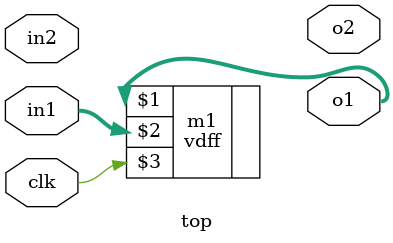
<source format=v>
module top(
    clk, in1, in2, o1, o2
    );
    input clk;
    input [0:4] in1;
    input [0:9] in2;
    output [0:4] o1;
    output [0:9] o2;

    annotate U0 ();
    vdff m1(o1, in1, clk);
endmodule

</source>
